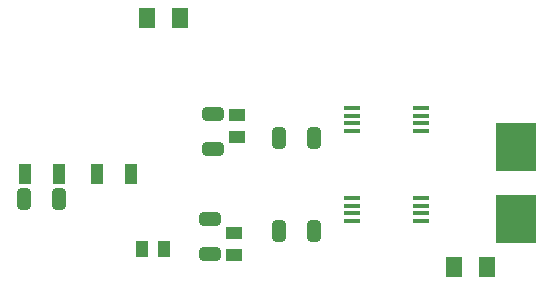
<source format=gtp>
G04*
G04 #@! TF.GenerationSoftware,Altium Limited,Altium Designer,21.6.4 (81)*
G04*
G04 Layer_Color=8421504*
%FSLAX25Y25*%
%MOIN*%
G70*
G04*
G04 #@! TF.SameCoordinates,CDACAC81-B456-474A-B871-3F5FD81D5149*
G04*
G04*
G04 #@! TF.FilePolarity,Positive*
G04*
G01*
G75*
%ADD15R,0.05800X0.01400*%
%ADD16R,0.13465X0.16394*%
%ADD17R,0.05197X0.07087*%
%ADD18R,0.05591X0.03937*%
%ADD19R,0.03937X0.05591*%
%ADD20R,0.04134X0.06772*%
G04:AMPARAMS|DCode=21|XSize=71.65mil|YSize=45.28mil|CornerRadius=12.22mil|HoleSize=0mil|Usage=FLASHONLY|Rotation=270.000|XOffset=0mil|YOffset=0mil|HoleType=Round|Shape=RoundedRectangle|*
%AMROUNDEDRECTD21*
21,1,0.07165,0.02083,0,0,270.0*
21,1,0.04720,0.04528,0,0,270.0*
1,1,0.02445,-0.01041,-0.02360*
1,1,0.02445,-0.01041,0.02360*
1,1,0.02445,0.01041,0.02360*
1,1,0.02445,0.01041,-0.02360*
%
%ADD21ROUNDEDRECTD21*%
G04:AMPARAMS|DCode=22|XSize=71.65mil|YSize=45.28mil|CornerRadius=12.22mil|HoleSize=0mil|Usage=FLASHONLY|Rotation=0.000|XOffset=0mil|YOffset=0mil|HoleType=Round|Shape=RoundedRectangle|*
%AMROUNDEDRECTD22*
21,1,0.07165,0.02083,0,0,0.0*
21,1,0.04720,0.04528,0,0,0.0*
1,1,0.02445,0.02360,-0.01041*
1,1,0.02445,-0.02360,-0.01041*
1,1,0.02445,-0.02360,0.01041*
1,1,0.02445,0.02360,0.01041*
%
%ADD22ROUNDEDRECTD22*%
D15*
X179500Y45161D02*
D03*
Y47721D02*
D03*
Y50279D02*
D03*
Y52839D02*
D03*
X202500D02*
D03*
Y50279D02*
D03*
Y47721D02*
D03*
Y45161D02*
D03*
Y75161D02*
D03*
Y77720D02*
D03*
Y80279D02*
D03*
Y82839D02*
D03*
X179500D02*
D03*
Y80279D02*
D03*
Y77720D02*
D03*
Y75161D02*
D03*
D16*
X234000Y70000D02*
D03*
Y46000D02*
D03*
D17*
X122000Y113000D02*
D03*
X111016D02*
D03*
X213508Y30000D02*
D03*
X224492D02*
D03*
D18*
X141000Y73319D02*
D03*
Y80681D02*
D03*
X140000Y41362D02*
D03*
Y34000D02*
D03*
D19*
X116681Y36000D02*
D03*
X109319D02*
D03*
D20*
X94252Y61000D02*
D03*
X105748D02*
D03*
X81748D02*
D03*
X70252D02*
D03*
D21*
X155154Y42000D02*
D03*
X166847D02*
D03*
X70107Y52400D02*
D03*
X81800D02*
D03*
X155154Y73000D02*
D03*
X166847D02*
D03*
D22*
X133000Y69153D02*
D03*
Y80847D02*
D03*
X132000Y45847D02*
D03*
Y34154D02*
D03*
M02*

</source>
